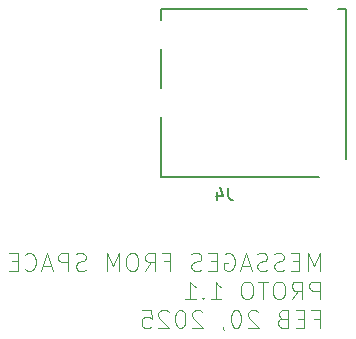
<source format=gbr>
%TF.GenerationSoftware,KiCad,Pcbnew,8.0.4*%
%TF.CreationDate,2025-02-20T16:09:48-05:00*%
%TF.ProjectId,Radiation2,52616469-6174-4696-9f6e-322e6b696361,rev?*%
%TF.SameCoordinates,Original*%
%TF.FileFunction,Legend,Bot*%
%TF.FilePolarity,Positive*%
%FSLAX46Y46*%
G04 Gerber Fmt 4.6, Leading zero omitted, Abs format (unit mm)*
G04 Created by KiCad (PCBNEW 8.0.4) date 2025-02-20 16:09:48*
%MOMM*%
%LPD*%
G01*
G04 APERTURE LIST*
%ADD10C,0.100000*%
%ADD11C,0.150000*%
%ADD12C,0.152400*%
G04 APERTURE END LIST*
D10*
X135777068Y-124481396D02*
X135777068Y-122981396D01*
X135777068Y-122981396D02*
X135277068Y-124052825D01*
X135277068Y-124052825D02*
X134777068Y-122981396D01*
X134777068Y-122981396D02*
X134777068Y-124481396D01*
X134062782Y-123695682D02*
X133562782Y-123695682D01*
X133348496Y-124481396D02*
X134062782Y-124481396D01*
X134062782Y-124481396D02*
X134062782Y-122981396D01*
X134062782Y-122981396D02*
X133348496Y-122981396D01*
X132777067Y-124409968D02*
X132562782Y-124481396D01*
X132562782Y-124481396D02*
X132205639Y-124481396D01*
X132205639Y-124481396D02*
X132062782Y-124409968D01*
X132062782Y-124409968D02*
X131991353Y-124338539D01*
X131991353Y-124338539D02*
X131919924Y-124195682D01*
X131919924Y-124195682D02*
X131919924Y-124052825D01*
X131919924Y-124052825D02*
X131991353Y-123909968D01*
X131991353Y-123909968D02*
X132062782Y-123838539D01*
X132062782Y-123838539D02*
X132205639Y-123767110D01*
X132205639Y-123767110D02*
X132491353Y-123695682D01*
X132491353Y-123695682D02*
X132634210Y-123624253D01*
X132634210Y-123624253D02*
X132705639Y-123552825D01*
X132705639Y-123552825D02*
X132777067Y-123409968D01*
X132777067Y-123409968D02*
X132777067Y-123267110D01*
X132777067Y-123267110D02*
X132705639Y-123124253D01*
X132705639Y-123124253D02*
X132634210Y-123052825D01*
X132634210Y-123052825D02*
X132491353Y-122981396D01*
X132491353Y-122981396D02*
X132134210Y-122981396D01*
X132134210Y-122981396D02*
X131919924Y-123052825D01*
X131348496Y-124409968D02*
X131134211Y-124481396D01*
X131134211Y-124481396D02*
X130777068Y-124481396D01*
X130777068Y-124481396D02*
X130634211Y-124409968D01*
X130634211Y-124409968D02*
X130562782Y-124338539D01*
X130562782Y-124338539D02*
X130491353Y-124195682D01*
X130491353Y-124195682D02*
X130491353Y-124052825D01*
X130491353Y-124052825D02*
X130562782Y-123909968D01*
X130562782Y-123909968D02*
X130634211Y-123838539D01*
X130634211Y-123838539D02*
X130777068Y-123767110D01*
X130777068Y-123767110D02*
X131062782Y-123695682D01*
X131062782Y-123695682D02*
X131205639Y-123624253D01*
X131205639Y-123624253D02*
X131277068Y-123552825D01*
X131277068Y-123552825D02*
X131348496Y-123409968D01*
X131348496Y-123409968D02*
X131348496Y-123267110D01*
X131348496Y-123267110D02*
X131277068Y-123124253D01*
X131277068Y-123124253D02*
X131205639Y-123052825D01*
X131205639Y-123052825D02*
X131062782Y-122981396D01*
X131062782Y-122981396D02*
X130705639Y-122981396D01*
X130705639Y-122981396D02*
X130491353Y-123052825D01*
X129919925Y-124052825D02*
X129205640Y-124052825D01*
X130062782Y-124481396D02*
X129562782Y-122981396D01*
X129562782Y-122981396D02*
X129062782Y-124481396D01*
X127777068Y-123052825D02*
X127919926Y-122981396D01*
X127919926Y-122981396D02*
X128134211Y-122981396D01*
X128134211Y-122981396D02*
X128348497Y-123052825D01*
X128348497Y-123052825D02*
X128491354Y-123195682D01*
X128491354Y-123195682D02*
X128562783Y-123338539D01*
X128562783Y-123338539D02*
X128634211Y-123624253D01*
X128634211Y-123624253D02*
X128634211Y-123838539D01*
X128634211Y-123838539D02*
X128562783Y-124124253D01*
X128562783Y-124124253D02*
X128491354Y-124267110D01*
X128491354Y-124267110D02*
X128348497Y-124409968D01*
X128348497Y-124409968D02*
X128134211Y-124481396D01*
X128134211Y-124481396D02*
X127991354Y-124481396D01*
X127991354Y-124481396D02*
X127777068Y-124409968D01*
X127777068Y-124409968D02*
X127705640Y-124338539D01*
X127705640Y-124338539D02*
X127705640Y-123838539D01*
X127705640Y-123838539D02*
X127991354Y-123838539D01*
X127062783Y-123695682D02*
X126562783Y-123695682D01*
X126348497Y-124481396D02*
X127062783Y-124481396D01*
X127062783Y-124481396D02*
X127062783Y-122981396D01*
X127062783Y-122981396D02*
X126348497Y-122981396D01*
X125777068Y-124409968D02*
X125562783Y-124481396D01*
X125562783Y-124481396D02*
X125205640Y-124481396D01*
X125205640Y-124481396D02*
X125062783Y-124409968D01*
X125062783Y-124409968D02*
X124991354Y-124338539D01*
X124991354Y-124338539D02*
X124919925Y-124195682D01*
X124919925Y-124195682D02*
X124919925Y-124052825D01*
X124919925Y-124052825D02*
X124991354Y-123909968D01*
X124991354Y-123909968D02*
X125062783Y-123838539D01*
X125062783Y-123838539D02*
X125205640Y-123767110D01*
X125205640Y-123767110D02*
X125491354Y-123695682D01*
X125491354Y-123695682D02*
X125634211Y-123624253D01*
X125634211Y-123624253D02*
X125705640Y-123552825D01*
X125705640Y-123552825D02*
X125777068Y-123409968D01*
X125777068Y-123409968D02*
X125777068Y-123267110D01*
X125777068Y-123267110D02*
X125705640Y-123124253D01*
X125705640Y-123124253D02*
X125634211Y-123052825D01*
X125634211Y-123052825D02*
X125491354Y-122981396D01*
X125491354Y-122981396D02*
X125134211Y-122981396D01*
X125134211Y-122981396D02*
X124919925Y-123052825D01*
X122634212Y-123695682D02*
X123134212Y-123695682D01*
X123134212Y-124481396D02*
X123134212Y-122981396D01*
X123134212Y-122981396D02*
X122419926Y-122981396D01*
X120991355Y-124481396D02*
X121491355Y-123767110D01*
X121848498Y-124481396D02*
X121848498Y-122981396D01*
X121848498Y-122981396D02*
X121277069Y-122981396D01*
X121277069Y-122981396D02*
X121134212Y-123052825D01*
X121134212Y-123052825D02*
X121062783Y-123124253D01*
X121062783Y-123124253D02*
X120991355Y-123267110D01*
X120991355Y-123267110D02*
X120991355Y-123481396D01*
X120991355Y-123481396D02*
X121062783Y-123624253D01*
X121062783Y-123624253D02*
X121134212Y-123695682D01*
X121134212Y-123695682D02*
X121277069Y-123767110D01*
X121277069Y-123767110D02*
X121848498Y-123767110D01*
X120062783Y-122981396D02*
X119777069Y-122981396D01*
X119777069Y-122981396D02*
X119634212Y-123052825D01*
X119634212Y-123052825D02*
X119491355Y-123195682D01*
X119491355Y-123195682D02*
X119419926Y-123481396D01*
X119419926Y-123481396D02*
X119419926Y-123981396D01*
X119419926Y-123981396D02*
X119491355Y-124267110D01*
X119491355Y-124267110D02*
X119634212Y-124409968D01*
X119634212Y-124409968D02*
X119777069Y-124481396D01*
X119777069Y-124481396D02*
X120062783Y-124481396D01*
X120062783Y-124481396D02*
X120205641Y-124409968D01*
X120205641Y-124409968D02*
X120348498Y-124267110D01*
X120348498Y-124267110D02*
X120419926Y-123981396D01*
X120419926Y-123981396D02*
X120419926Y-123481396D01*
X120419926Y-123481396D02*
X120348498Y-123195682D01*
X120348498Y-123195682D02*
X120205641Y-123052825D01*
X120205641Y-123052825D02*
X120062783Y-122981396D01*
X118777069Y-124481396D02*
X118777069Y-122981396D01*
X118777069Y-122981396D02*
X118277069Y-124052825D01*
X118277069Y-124052825D02*
X117777069Y-122981396D01*
X117777069Y-122981396D02*
X117777069Y-124481396D01*
X115991354Y-124409968D02*
X115777069Y-124481396D01*
X115777069Y-124481396D02*
X115419926Y-124481396D01*
X115419926Y-124481396D02*
X115277069Y-124409968D01*
X115277069Y-124409968D02*
X115205640Y-124338539D01*
X115205640Y-124338539D02*
X115134211Y-124195682D01*
X115134211Y-124195682D02*
X115134211Y-124052825D01*
X115134211Y-124052825D02*
X115205640Y-123909968D01*
X115205640Y-123909968D02*
X115277069Y-123838539D01*
X115277069Y-123838539D02*
X115419926Y-123767110D01*
X115419926Y-123767110D02*
X115705640Y-123695682D01*
X115705640Y-123695682D02*
X115848497Y-123624253D01*
X115848497Y-123624253D02*
X115919926Y-123552825D01*
X115919926Y-123552825D02*
X115991354Y-123409968D01*
X115991354Y-123409968D02*
X115991354Y-123267110D01*
X115991354Y-123267110D02*
X115919926Y-123124253D01*
X115919926Y-123124253D02*
X115848497Y-123052825D01*
X115848497Y-123052825D02*
X115705640Y-122981396D01*
X115705640Y-122981396D02*
X115348497Y-122981396D01*
X115348497Y-122981396D02*
X115134211Y-123052825D01*
X114491355Y-124481396D02*
X114491355Y-122981396D01*
X114491355Y-122981396D02*
X113919926Y-122981396D01*
X113919926Y-122981396D02*
X113777069Y-123052825D01*
X113777069Y-123052825D02*
X113705640Y-123124253D01*
X113705640Y-123124253D02*
X113634212Y-123267110D01*
X113634212Y-123267110D02*
X113634212Y-123481396D01*
X113634212Y-123481396D02*
X113705640Y-123624253D01*
X113705640Y-123624253D02*
X113777069Y-123695682D01*
X113777069Y-123695682D02*
X113919926Y-123767110D01*
X113919926Y-123767110D02*
X114491355Y-123767110D01*
X113062783Y-124052825D02*
X112348498Y-124052825D01*
X113205640Y-124481396D02*
X112705640Y-122981396D01*
X112705640Y-122981396D02*
X112205640Y-124481396D01*
X110848498Y-124338539D02*
X110919926Y-124409968D01*
X110919926Y-124409968D02*
X111134212Y-124481396D01*
X111134212Y-124481396D02*
X111277069Y-124481396D01*
X111277069Y-124481396D02*
X111491355Y-124409968D01*
X111491355Y-124409968D02*
X111634212Y-124267110D01*
X111634212Y-124267110D02*
X111705641Y-124124253D01*
X111705641Y-124124253D02*
X111777069Y-123838539D01*
X111777069Y-123838539D02*
X111777069Y-123624253D01*
X111777069Y-123624253D02*
X111705641Y-123338539D01*
X111705641Y-123338539D02*
X111634212Y-123195682D01*
X111634212Y-123195682D02*
X111491355Y-123052825D01*
X111491355Y-123052825D02*
X111277069Y-122981396D01*
X111277069Y-122981396D02*
X111134212Y-122981396D01*
X111134212Y-122981396D02*
X110919926Y-123052825D01*
X110919926Y-123052825D02*
X110848498Y-123124253D01*
X110205641Y-123695682D02*
X109705641Y-123695682D01*
X109491355Y-124481396D02*
X110205641Y-124481396D01*
X110205641Y-124481396D02*
X110205641Y-122981396D01*
X110205641Y-122981396D02*
X109491355Y-122981396D01*
X135777068Y-126896312D02*
X135777068Y-125396312D01*
X135777068Y-125396312D02*
X135205639Y-125396312D01*
X135205639Y-125396312D02*
X135062782Y-125467741D01*
X135062782Y-125467741D02*
X134991353Y-125539169D01*
X134991353Y-125539169D02*
X134919925Y-125682026D01*
X134919925Y-125682026D02*
X134919925Y-125896312D01*
X134919925Y-125896312D02*
X134991353Y-126039169D01*
X134991353Y-126039169D02*
X135062782Y-126110598D01*
X135062782Y-126110598D02*
X135205639Y-126182026D01*
X135205639Y-126182026D02*
X135777068Y-126182026D01*
X133419925Y-126896312D02*
X133919925Y-126182026D01*
X134277068Y-126896312D02*
X134277068Y-125396312D01*
X134277068Y-125396312D02*
X133705639Y-125396312D01*
X133705639Y-125396312D02*
X133562782Y-125467741D01*
X133562782Y-125467741D02*
X133491353Y-125539169D01*
X133491353Y-125539169D02*
X133419925Y-125682026D01*
X133419925Y-125682026D02*
X133419925Y-125896312D01*
X133419925Y-125896312D02*
X133491353Y-126039169D01*
X133491353Y-126039169D02*
X133562782Y-126110598D01*
X133562782Y-126110598D02*
X133705639Y-126182026D01*
X133705639Y-126182026D02*
X134277068Y-126182026D01*
X132491353Y-125396312D02*
X132205639Y-125396312D01*
X132205639Y-125396312D02*
X132062782Y-125467741D01*
X132062782Y-125467741D02*
X131919925Y-125610598D01*
X131919925Y-125610598D02*
X131848496Y-125896312D01*
X131848496Y-125896312D02*
X131848496Y-126396312D01*
X131848496Y-126396312D02*
X131919925Y-126682026D01*
X131919925Y-126682026D02*
X132062782Y-126824884D01*
X132062782Y-126824884D02*
X132205639Y-126896312D01*
X132205639Y-126896312D02*
X132491353Y-126896312D01*
X132491353Y-126896312D02*
X132634211Y-126824884D01*
X132634211Y-126824884D02*
X132777068Y-126682026D01*
X132777068Y-126682026D02*
X132848496Y-126396312D01*
X132848496Y-126396312D02*
X132848496Y-125896312D01*
X132848496Y-125896312D02*
X132777068Y-125610598D01*
X132777068Y-125610598D02*
X132634211Y-125467741D01*
X132634211Y-125467741D02*
X132491353Y-125396312D01*
X131419924Y-125396312D02*
X130562782Y-125396312D01*
X130991353Y-126896312D02*
X130991353Y-125396312D01*
X129777067Y-125396312D02*
X129491353Y-125396312D01*
X129491353Y-125396312D02*
X129348496Y-125467741D01*
X129348496Y-125467741D02*
X129205639Y-125610598D01*
X129205639Y-125610598D02*
X129134210Y-125896312D01*
X129134210Y-125896312D02*
X129134210Y-126396312D01*
X129134210Y-126396312D02*
X129205639Y-126682026D01*
X129205639Y-126682026D02*
X129348496Y-126824884D01*
X129348496Y-126824884D02*
X129491353Y-126896312D01*
X129491353Y-126896312D02*
X129777067Y-126896312D01*
X129777067Y-126896312D02*
X129919925Y-126824884D01*
X129919925Y-126824884D02*
X130062782Y-126682026D01*
X130062782Y-126682026D02*
X130134210Y-126396312D01*
X130134210Y-126396312D02*
X130134210Y-125896312D01*
X130134210Y-125896312D02*
X130062782Y-125610598D01*
X130062782Y-125610598D02*
X129919925Y-125467741D01*
X129919925Y-125467741D02*
X129777067Y-125396312D01*
X126562781Y-126896312D02*
X127419924Y-126896312D01*
X126991353Y-126896312D02*
X126991353Y-125396312D01*
X126991353Y-125396312D02*
X127134210Y-125610598D01*
X127134210Y-125610598D02*
X127277067Y-125753455D01*
X127277067Y-125753455D02*
X127419924Y-125824884D01*
X125919925Y-126753455D02*
X125848496Y-126824884D01*
X125848496Y-126824884D02*
X125919925Y-126896312D01*
X125919925Y-126896312D02*
X125991353Y-126824884D01*
X125991353Y-126824884D02*
X125919925Y-126753455D01*
X125919925Y-126753455D02*
X125919925Y-126896312D01*
X124419924Y-126896312D02*
X125277067Y-126896312D01*
X124848496Y-126896312D02*
X124848496Y-125396312D01*
X124848496Y-125396312D02*
X124991353Y-125610598D01*
X124991353Y-125610598D02*
X125134210Y-125753455D01*
X125134210Y-125753455D02*
X125277067Y-125824884D01*
X135277068Y-128525514D02*
X135777068Y-128525514D01*
X135777068Y-129311228D02*
X135777068Y-127811228D01*
X135777068Y-127811228D02*
X135062782Y-127811228D01*
X134491354Y-128525514D02*
X133991354Y-128525514D01*
X133777068Y-129311228D02*
X134491354Y-129311228D01*
X134491354Y-129311228D02*
X134491354Y-127811228D01*
X134491354Y-127811228D02*
X133777068Y-127811228D01*
X132634211Y-128525514D02*
X132419925Y-128596942D01*
X132419925Y-128596942D02*
X132348496Y-128668371D01*
X132348496Y-128668371D02*
X132277068Y-128811228D01*
X132277068Y-128811228D02*
X132277068Y-129025514D01*
X132277068Y-129025514D02*
X132348496Y-129168371D01*
X132348496Y-129168371D02*
X132419925Y-129239800D01*
X132419925Y-129239800D02*
X132562782Y-129311228D01*
X132562782Y-129311228D02*
X133134211Y-129311228D01*
X133134211Y-129311228D02*
X133134211Y-127811228D01*
X133134211Y-127811228D02*
X132634211Y-127811228D01*
X132634211Y-127811228D02*
X132491354Y-127882657D01*
X132491354Y-127882657D02*
X132419925Y-127954085D01*
X132419925Y-127954085D02*
X132348496Y-128096942D01*
X132348496Y-128096942D02*
X132348496Y-128239800D01*
X132348496Y-128239800D02*
X132419925Y-128382657D01*
X132419925Y-128382657D02*
X132491354Y-128454085D01*
X132491354Y-128454085D02*
X132634211Y-128525514D01*
X132634211Y-128525514D02*
X133134211Y-128525514D01*
X130562782Y-127954085D02*
X130491354Y-127882657D01*
X130491354Y-127882657D02*
X130348497Y-127811228D01*
X130348497Y-127811228D02*
X129991354Y-127811228D01*
X129991354Y-127811228D02*
X129848497Y-127882657D01*
X129848497Y-127882657D02*
X129777068Y-127954085D01*
X129777068Y-127954085D02*
X129705639Y-128096942D01*
X129705639Y-128096942D02*
X129705639Y-128239800D01*
X129705639Y-128239800D02*
X129777068Y-128454085D01*
X129777068Y-128454085D02*
X130634211Y-129311228D01*
X130634211Y-129311228D02*
X129705639Y-129311228D01*
X128777068Y-127811228D02*
X128634211Y-127811228D01*
X128634211Y-127811228D02*
X128491354Y-127882657D01*
X128491354Y-127882657D02*
X128419926Y-127954085D01*
X128419926Y-127954085D02*
X128348497Y-128096942D01*
X128348497Y-128096942D02*
X128277068Y-128382657D01*
X128277068Y-128382657D02*
X128277068Y-128739800D01*
X128277068Y-128739800D02*
X128348497Y-129025514D01*
X128348497Y-129025514D02*
X128419926Y-129168371D01*
X128419926Y-129168371D02*
X128491354Y-129239800D01*
X128491354Y-129239800D02*
X128634211Y-129311228D01*
X128634211Y-129311228D02*
X128777068Y-129311228D01*
X128777068Y-129311228D02*
X128919926Y-129239800D01*
X128919926Y-129239800D02*
X128991354Y-129168371D01*
X128991354Y-129168371D02*
X129062783Y-129025514D01*
X129062783Y-129025514D02*
X129134211Y-128739800D01*
X129134211Y-128739800D02*
X129134211Y-128382657D01*
X129134211Y-128382657D02*
X129062783Y-128096942D01*
X129062783Y-128096942D02*
X128991354Y-127954085D01*
X128991354Y-127954085D02*
X128919926Y-127882657D01*
X128919926Y-127882657D02*
X128777068Y-127811228D01*
X127562783Y-129239800D02*
X127562783Y-129311228D01*
X127562783Y-129311228D02*
X127634212Y-129454085D01*
X127634212Y-129454085D02*
X127705640Y-129525514D01*
X125848497Y-127954085D02*
X125777069Y-127882657D01*
X125777069Y-127882657D02*
X125634212Y-127811228D01*
X125634212Y-127811228D02*
X125277069Y-127811228D01*
X125277069Y-127811228D02*
X125134212Y-127882657D01*
X125134212Y-127882657D02*
X125062783Y-127954085D01*
X125062783Y-127954085D02*
X124991354Y-128096942D01*
X124991354Y-128096942D02*
X124991354Y-128239800D01*
X124991354Y-128239800D02*
X125062783Y-128454085D01*
X125062783Y-128454085D02*
X125919926Y-129311228D01*
X125919926Y-129311228D02*
X124991354Y-129311228D01*
X124062783Y-127811228D02*
X123919926Y-127811228D01*
X123919926Y-127811228D02*
X123777069Y-127882657D01*
X123777069Y-127882657D02*
X123705641Y-127954085D01*
X123705641Y-127954085D02*
X123634212Y-128096942D01*
X123634212Y-128096942D02*
X123562783Y-128382657D01*
X123562783Y-128382657D02*
X123562783Y-128739800D01*
X123562783Y-128739800D02*
X123634212Y-129025514D01*
X123634212Y-129025514D02*
X123705641Y-129168371D01*
X123705641Y-129168371D02*
X123777069Y-129239800D01*
X123777069Y-129239800D02*
X123919926Y-129311228D01*
X123919926Y-129311228D02*
X124062783Y-129311228D01*
X124062783Y-129311228D02*
X124205641Y-129239800D01*
X124205641Y-129239800D02*
X124277069Y-129168371D01*
X124277069Y-129168371D02*
X124348498Y-129025514D01*
X124348498Y-129025514D02*
X124419926Y-128739800D01*
X124419926Y-128739800D02*
X124419926Y-128382657D01*
X124419926Y-128382657D02*
X124348498Y-128096942D01*
X124348498Y-128096942D02*
X124277069Y-127954085D01*
X124277069Y-127954085D02*
X124205641Y-127882657D01*
X124205641Y-127882657D02*
X124062783Y-127811228D01*
X122991355Y-127954085D02*
X122919927Y-127882657D01*
X122919927Y-127882657D02*
X122777070Y-127811228D01*
X122777070Y-127811228D02*
X122419927Y-127811228D01*
X122419927Y-127811228D02*
X122277070Y-127882657D01*
X122277070Y-127882657D02*
X122205641Y-127954085D01*
X122205641Y-127954085D02*
X122134212Y-128096942D01*
X122134212Y-128096942D02*
X122134212Y-128239800D01*
X122134212Y-128239800D02*
X122205641Y-128454085D01*
X122205641Y-128454085D02*
X123062784Y-129311228D01*
X123062784Y-129311228D02*
X122134212Y-129311228D01*
X120777070Y-127811228D02*
X121491356Y-127811228D01*
X121491356Y-127811228D02*
X121562784Y-128525514D01*
X121562784Y-128525514D02*
X121491356Y-128454085D01*
X121491356Y-128454085D02*
X121348499Y-128382657D01*
X121348499Y-128382657D02*
X120991356Y-128382657D01*
X120991356Y-128382657D02*
X120848499Y-128454085D01*
X120848499Y-128454085D02*
X120777070Y-128525514D01*
X120777070Y-128525514D02*
X120705641Y-128668371D01*
X120705641Y-128668371D02*
X120705641Y-129025514D01*
X120705641Y-129025514D02*
X120777070Y-129168371D01*
X120777070Y-129168371D02*
X120848499Y-129239800D01*
X120848499Y-129239800D02*
X120991356Y-129311228D01*
X120991356Y-129311228D02*
X121348499Y-129311228D01*
X121348499Y-129311228D02*
X121491356Y-129239800D01*
X121491356Y-129239800D02*
X121562784Y-129168371D01*
D11*
X128033333Y-117454819D02*
X128033333Y-118169104D01*
X128033333Y-118169104D02*
X128080952Y-118311961D01*
X128080952Y-118311961D02*
X128176190Y-118407200D01*
X128176190Y-118407200D02*
X128319047Y-118454819D01*
X128319047Y-118454819D02*
X128414285Y-118454819D01*
X127128571Y-117788152D02*
X127128571Y-118454819D01*
X127366666Y-117407200D02*
X127604761Y-118121485D01*
X127604761Y-118121485D02*
X126985714Y-118121485D01*
D12*
%TO.C,J4*%
X122351400Y-102335299D02*
X122351400Y-103275559D01*
X122351400Y-105744439D02*
X122351400Y-108975560D01*
X122351400Y-111444440D02*
X122351400Y-116584699D01*
X122351400Y-116584699D02*
X135743161Y-116584699D01*
X134743161Y-102335299D02*
X122351400Y-102335299D01*
X138048600Y-102335299D02*
X137313641Y-102335299D01*
X138048600Y-115035721D02*
X138048600Y-102335299D01*
%TD*%
M02*

</source>
